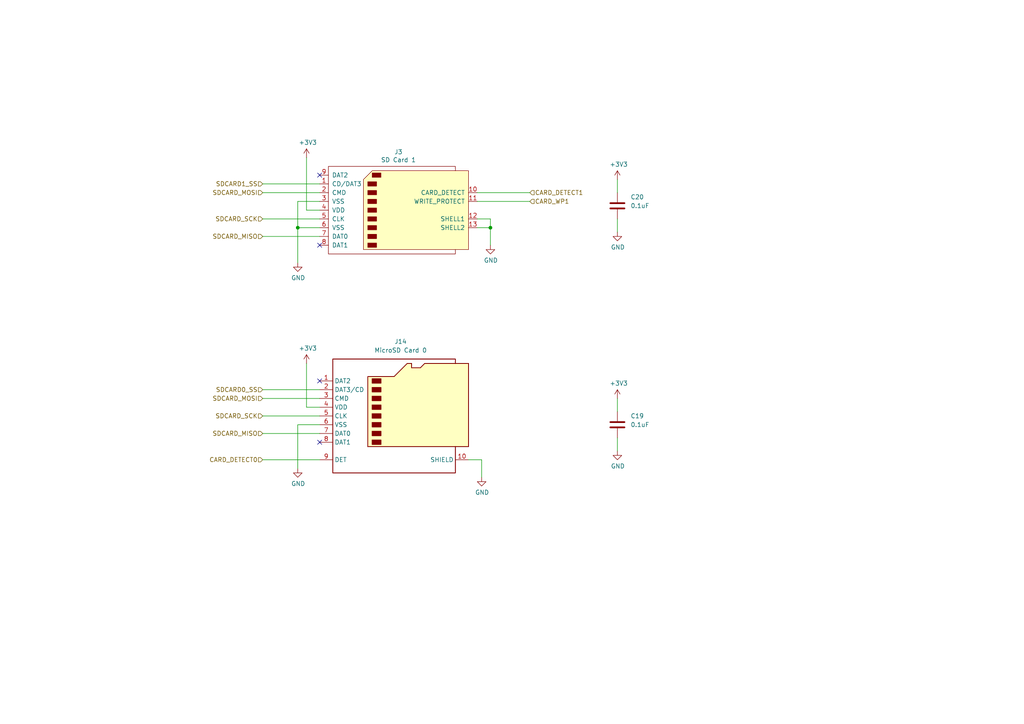
<source format=kicad_sch>
(kicad_sch (version 20230121) (generator eeschema)
  (paper "A4")
  (title_block (title "SD card sockets") (rev "1.0"))
  (lib_symbols
    (symbol "AtariHDisk4-rescue:+3.3V-power" (power) (pin_names (offset 0))
      (property "Value" "+3.3V-power" (at 0 3.556 0))
      (symbol "+3.3V-power_0_1"
        (polyline (pts (xy -0.762 1.27) (xy 0 2.54)))
        (polyline (pts (xy 0 0) (xy 0 2.54)))
        (polyline (pts (xy 0 2.54) (xy 0.762 1.27)))
      )
      (symbol "+3.3V-power_1_1"
        (pin power_in line (at 0 0 90) (length 0) hide (name "+3V3") (number "1"))
      )
    )
    (symbol "Connector:Micro_SD_Card_Det1"
      (property "Reference" "J" (at -16.51 17.78 0))
      (property "Value" "Micro_SD_Card_Det1" (at 16.51 17.78 0))
      (symbol "Micro_SD_Card_Det1_0_1"
        (rectangle (start -7.62 -6.985) (end -5.08 -8.255) (stroke (width 0.254)) (fill (type outline)))
        (rectangle (start -7.62 -4.445) (end -5.08 -5.715) (stroke (width 0.254)) (fill (type outline)))
        (rectangle (start -7.62 -1.905) (end -5.08 -3.175) (stroke (width 0.254)) (fill (type outline)))
        (rectangle (start -7.62 0.635) (end -5.08 -0.635) (stroke (width 0.254)) (fill (type outline)))
        (rectangle (start -7.62 3.175) (end -5.08 1.905) (stroke (width 0.254)) (fill (type outline)))
        (rectangle (start -7.62 5.715) (end -5.08 4.445) (stroke (width 0.254)) (fill (type outline)))
        (rectangle (start -7.62 8.255) (end -5.08 6.985) (stroke (width 0.254)) (fill (type outline)))
        (rectangle (start -7.62 10.795) (end -5.08 9.525) (stroke (width 0.254)) (fill (type outline)))
        (polyline (pts (xy 16.51 15.24) (xy 16.51 16.51) (xy -19.05 16.51) (xy -19.05 -16.51) (xy 16.51 -16.51) (xy 16.51 -8.89)) (stroke (width 0.254)))
        (polyline (pts (xy -8.89 -8.89) (xy -8.89 11.43) (xy -1.27 11.43) (xy 2.54 15.24) (xy 3.81 15.24) (xy 3.81 13.97) (xy 6.35 13.97) (xy 7.62 15.24) (xy 20.32 15.24) (xy 20.32 -8.89) (xy -8.89 -8.89)) (stroke (width 0.254)) (fill (type background)))
      )
      (symbol "Micro_SD_Card_Det1_1_1"
        (pin bidirectional line (at -22.86 10.16 0) (length 3.81) (name "DAT2") (number "1"))
        (pin passive line (at 20.32 -12.7 180) (length 3.81) (name "SHIELD") (number "10"))
        (pin bidirectional line (at -22.86 7.62 0) (length 3.81) (name "DAT3/CD") (number "2"))
        (pin input line (at -22.86 5.08 0) (length 3.81) (name "CMD") (number "3"))
        (pin power_in line (at -22.86 2.54 0) (length 3.81) (name "VDD") (number "4"))
        (pin input line (at -22.86 0 0) (length 3.81) (name "CLK") (number "5"))
        (pin power_in line (at -22.86 -2.54 0) (length 3.81) (name "VSS") (number "6"))
        (pin bidirectional line (at -22.86 -5.08 0) (length 3.81) (name "DAT0") (number "7"))
        (pin bidirectional line (at -22.86 -7.62 0) (length 3.81) (name "DAT1") (number "8"))
        (pin passive line (at -22.86 -12.7 0) (length 3.81) (name "DET") (number "9"))
      )
    )
    (symbol "Connector:SD_Card" (pin_names (offset 1.016))
      (property "Reference" "J" (at -16.51 13.97 0))
      (property "Value" "SD_Card" (at 15.24 -13.97 0))
      (symbol "SD_Card_0_1"
        (rectangle (start -8.89 -9.525) (end -6.35 -10.795) (fill (type outline)))
        (rectangle (start -8.89 -6.985) (end -6.35 -8.255) (fill (type outline)))
        (rectangle (start -8.89 -4.445) (end -6.35 -5.715) (fill (type outline)))
        (rectangle (start -8.89 -1.905) (end -6.35 -3.175) (fill (type outline)))
        (rectangle (start -8.89 0.635) (end -6.35 -0.635) (fill (type outline)))
        (rectangle (start -8.89 3.175) (end -6.35 1.905) (fill (type outline)))
        (rectangle (start -8.89 5.715) (end -6.35 4.445) (fill (type outline)))
        (rectangle (start -8.89 8.255) (end -6.35 6.985) (fill (type outline)))
        (rectangle (start -7.62 10.795) (end -5.08 9.525) (fill (type outline)))
        (polyline (pts (xy -10.16 8.89) (xy -7.62 11.43) (xy 20.32 11.43) (xy 20.32 -11.43) (xy -10.16 -11.43) (xy -10.16 8.89)) (fill (type background)))
        (polyline (pts (xy 16.51 11.43) (xy 16.51 12.7) (xy -20.32 12.7) (xy -20.32 -12.7) (xy 16.51 -12.7) (xy 16.51 -11.43)))
      )
      (symbol "SD_Card_1_1"
        (pin input line (at -22.86 7.62 0) (length 2.54) (name "CD/DAT3") (number "1"))
        (pin input line (at 22.86 5.08 180) (length 2.54) (name "CARD_DETECT") (number "10"))
        (pin input line (at 22.86 2.54 180) (length 2.54) (name "WRITE_PROTECT") (number "11"))
        (pin input line (at 22.86 -2.54 180) (length 2.54) (name "SHELL1") (number "12"))
        (pin input line (at 22.86 -5.08 180) (length 2.54) (name "SHELL2") (number "13"))
        (pin input line (at -22.86 5.08 0) (length 2.54) (name "CMD") (number "2"))
        (pin power_in line (at -22.86 2.54 0) (length 2.54) (name "VSS") (number "3"))
        (pin power_in line (at -22.86 0 0) (length 2.54) (name "VDD") (number "4"))
        (pin input line (at -22.86 -2.54 0) (length 2.54) (name "CLK") (number "5"))
        (pin power_in line (at -22.86 -5.08 0) (length 2.54) (name "VSS") (number "6"))
        (pin input line (at -22.86 -7.62 0) (length 2.54) (name "DAT0") (number "7"))
        (pin input line (at -22.86 -10.16 0) (length 2.54) (name "DAT1") (number "8"))
        (pin input line (at -22.86 10.16 0) (length 2.54) (name "DAT2") (number "9"))
      )
    )
    (symbol "Device:C" (pin_numbers hide) (pin_names (offset 0.254))
      (property "Reference" "C" (at 0.635 2.54 0))
      (property "Value" "C" (at 0.635 -2.54 0))
      (symbol "C_0_1"
        (polyline (pts (xy -2.032 -0.762) (xy 2.032 -0.762)) (stroke (width 0.508)))
        (polyline (pts (xy -2.032 0.762) (xy 2.032 0.762)) (stroke (width 0.508)))
      )
      (symbol "C_1_1"
        (pin passive line (at 0 3.81 270) (length 2.794) (name "~") (number "1"))
        (pin passive line (at 0 -3.81 90) (length 2.794) (name "~") (number "2"))
      )
    )
    (symbol "power:GND" (power) (pin_names (offset 0))
      (property "Value" "GND" (at 0 -3.81 0))
      (symbol "GND_0_1"
        (polyline (pts (xy 0 0) (xy 0 -1.27) (xy 1.27 -1.27) (xy 0 -2.54) (xy -1.27 -1.27) (xy 0 -1.27)))
      )
      (symbol "GND_1_1"
        (pin power_in line (at 0 0 270) (length 0) hide (name "GND") (number "1"))
      )
    )
  )
  (junction (at 86.36 66.04))
  (junction (at 142.24 66.04))
  (no_connect (at 92.71 71.12))
  (no_connect (at 92.71 50.8))
  (no_connect (at 92.71 128.27))
  (no_connect (at 92.71 110.49))
  (wire (pts (xy 179.07 115.57) (xy 179.07 119.38)))
  (wire (pts (xy 92.71 118.11) (xy 88.9 118.11)))
  (wire (pts (xy 88.9 60.96) (xy 88.9 45.72)))
  (wire (pts (xy 142.24 66.04) (xy 142.24 71.12)))
  (wire (pts (xy 92.71 123.19) (xy 86.36 123.19)))
  (wire (pts (xy 179.07 130.81) (xy 179.07 127)))
  (wire (pts (xy 92.71 60.96) (xy 88.9 60.96)))
  (wire (pts (xy 92.71 58.42) (xy 86.36 58.42)))
  (wire (pts (xy 179.07 52.07) (xy 179.07 55.88)))
  (wire (pts (xy 92.71 66.04) (xy 86.36 66.04)))
  (wire (pts (xy 92.71 53.34) (xy 76.2 53.34)))
  (wire (pts (xy 76.2 133.35) (xy 92.71 133.35)))
  (wire (pts (xy 139.7 133.35) (xy 139.7 138.43)))
  (wire (pts (xy 92.71 113.03) (xy 76.2 113.03)))
  (wire (pts (xy 179.07 67.31) (xy 179.07 63.5)))
  (wire (pts (xy 86.36 66.04) (xy 86.36 76.2)))
  (wire (pts (xy 92.71 63.5) (xy 76.2 63.5)))
  (wire (pts (xy 76.2 120.65) (xy 92.71 120.65)))
  (wire (pts (xy 138.43 66.04) (xy 142.24 66.04)))
  (wire (pts (xy 138.43 58.42) (xy 153.67 58.42)))
  (wire (pts (xy 86.36 58.42) (xy 86.36 66.04)))
  (wire (pts (xy 138.43 55.88) (xy 153.67 55.88)))
  (wire (pts (xy 92.71 115.57) (xy 76.2 115.57)))
  (wire (pts (xy 135.89 133.35) (xy 139.7 133.35)))
  (wire (pts (xy 138.43 63.5) (xy 142.24 63.5)))
  (wire (pts (xy 92.71 68.58) (xy 76.2 68.58)))
  (wire (pts (xy 76.2 125.73) (xy 92.71 125.73)))
  (wire (pts (xy 86.36 123.19) (xy 86.36 135.89)))
  (wire (pts (xy 88.9 118.11) (xy 88.9 105.41)))
  (wire (pts (xy 92.71 55.88) (xy 76.2 55.88)))
  (wire (pts (xy 142.24 63.5) (xy 142.24 66.04)))
  (hierarchical_label "CARD_DETECT0" (shape input) (at 76.2 133.35 180))
  (hierarchical_label "SDCARD_SCK" (shape input) (at 76.2 120.65 180))
  (hierarchical_label "SDCARD0_SS" (shape input) (at 76.2 113.03 180))
  (hierarchical_label "SDCARD_MOSI" (shape input) (at 76.2 115.57 180))
  (hierarchical_label "SDCARD_MISO" (shape input) (at 76.2 125.73 180))
  (hierarchical_label "SDCARD1_SS" (shape input) (at 76.2 53.34 180))
  (hierarchical_label "CARD_DETECT1" (shape input) (at 153.67 55.88 0))
  (hierarchical_label "SDCARD_SCK" (shape input) (at 76.2 63.5 180))
  (hierarchical_label "CARD_WP1" (shape input) (at 153.67 58.42 0))
  (hierarchical_label "SDCARD_MISO" (shape input) (at 76.2 68.58 180))
  (hierarchical_label "SDCARD_MOSI" (shape input) (at 76.2 55.88 180))
  (symbol (lib_id "power:GND") (at 142.24 71.12 0) (unit 1)
    (property "Reference" "#PWR034" (effects hide))
    (property "Value" "GND" (at 142.367 75.5142 0))
  )
  (symbol (lib_id "power:GND") (at 86.36 76.2 0) (unit 1)
    (property "Reference" "#PWR032" (effects hide))
    (property "Value" "GND" (at 86.487 80.5942 0))
  )
  (symbol (lib_id "Connector:SD_Card") (at 115.57 60.96 0) (unit 1)
    (property "Reference" "J3" (at 115.57 44.069 0))
    (property "Value" "SD Card 1" (at 115.57 46.3804 0))
    (property "Footprint" "simon:Amphenol_SD_Card_GSD090012SEU" (effects hide))
    (property "Datasheet" "http://portal.fciconnect.com/Comergent//fci/drawing/10067847.pdf" (effects hide))
  )
  (symbol (lib_id "Device:C") (at 179.07 123.19 0) (unit 1)
    (property "Reference" "C19" (at 182.88 120.65 0) (effects (justify left)))
    (property "Value" "0.1uF" (at 182.88 123.19 0) (effects (justify left)))
    (property "Footprint" "Capacitor_SMD:C_0603_1608Metric" (effects hide))
  )
  (symbol (lib_id "AtariHDisk4-rescue:+3.3V-power") (at 179.07 52.07 0) (unit 1)
    (property "Reference" "#PWR027" (effects hide))
    (property "Value" "+3.3V" (at 179.451 47.6758 0))
  )
  (symbol (lib_id "power:GND") (at 179.07 67.31 0) (unit 1)
    (property "Reference" "#PWR028" (effects hide))
    (property "Value" "GND" (at 179.197 71.7042 0))
  )
  (symbol (lib_id "AtariHDisk4-rescue:+3.3V-power") (at 88.9 105.41 0) (unit 1)
    (property "Reference" "#PWR013" (effects hide))
    (property "Value" "+3.3V" (at 89.281 101.0158 0))
  )
  (symbol (lib_id "Device:C") (at 179.07 59.69 0) (unit 1)
    (property "Reference" "C20" (at 182.88 57.15 0) (effects (justify left)))
    (property "Value" "0.1uF" (at 182.88 59.69 0) (effects (justify left)))
    (property "Footprint" "Capacitor_SMD:C_0603_1608Metric" (effects hide))
  )
  (symbol (lib_id "AtariHDisk4-rescue:+3.3V-power") (at 88.9 45.72 0) (unit 1)
    (property "Reference" "#PWR033" (effects hide))
    (property "Value" "+3.3V" (at 89.281 41.3258 0))
  )
  (symbol (lib_id "power:GND") (at 179.07 130.81 0) (unit 1)
    (property "Reference" "#PWR015" (effects hide))
    (property "Value" "GND" (at 179.197 135.2042 0))
  )
  (symbol (lib_id "Connector:Micro_SD_Card_Det1") (at 115.57 120.65 0) (unit 1)
    (property "Reference" "J14" (at 116.205 99.06 0))
    (property "Value" "MicroSD Card 0" (at 116.205 101.6 0))
    (property "Footprint" "simon:MicroSD_card_MSD-4-A" (effects hide))
    (property "Datasheet" "https://datasheet.lcsc.com/lcsc/2110151630_XKB-Connectivity-XKTF-015-N_C381082.pdf" (effects hide))
  )
  (symbol (lib_id "AtariHDisk4-rescue:+3.3V-power") (at 179.07 115.57 0) (unit 1)
    (property "Reference" "#PWR014" (effects hide))
    (property "Value" "+3.3V" (at 179.451 111.1758 0))
  )
  (symbol (lib_id "power:GND") (at 139.7 138.43 0) (unit 1)
    (property "Reference" "#PWR016" (effects hide))
    (property "Value" "GND" (at 139.827 142.8242 0))
  )
  (symbol (lib_id "power:GND") (at 86.36 135.89 0) (unit 1)
    (property "Reference" "#PWR012" (effects hide))
    (property "Value" "GND" (at 86.487 140.2842 0))
  )
)
</source>
